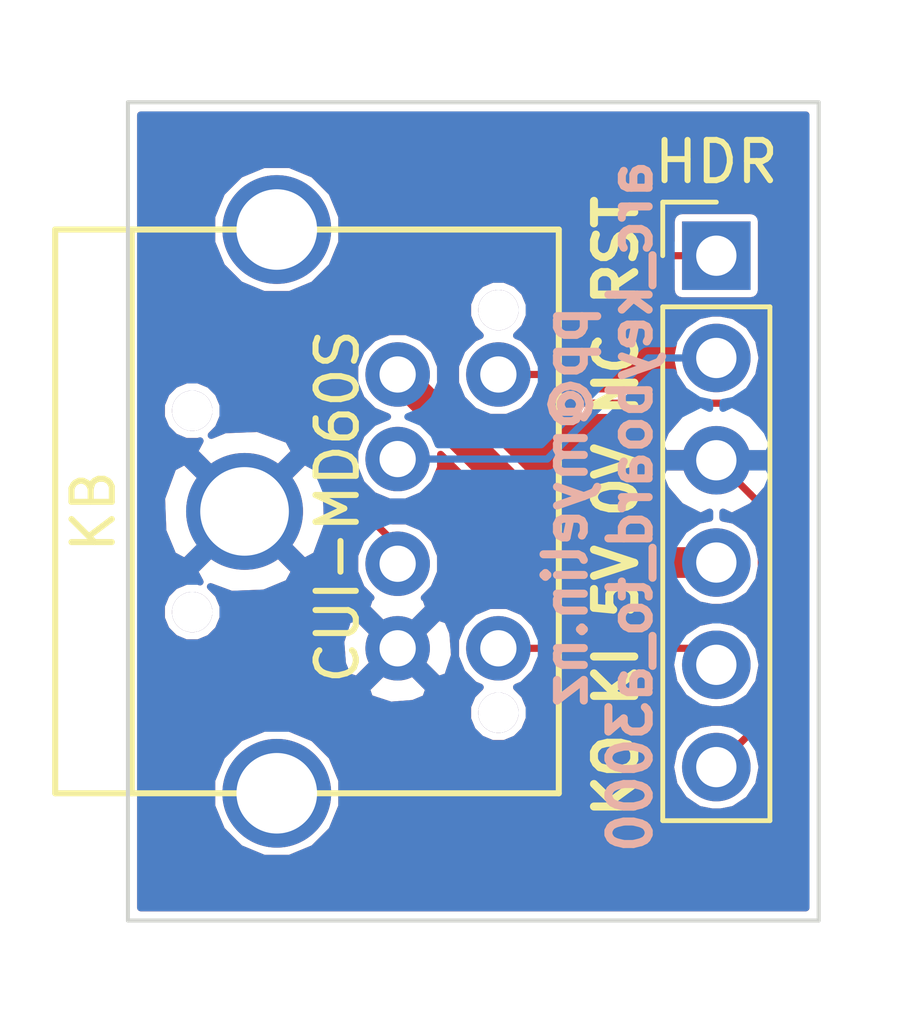
<source format=kicad_pcb>
(kicad_pcb (version 20171130) (host pcbnew "(5.0.1-3-g963ef8bb5)")

  (general
    (thickness 1.6)
    (drawings 6)
    (tracks 28)
    (zones 0)
    (modules 2)
    (nets 7)
  )

  (page A4)
  (layers
    (0 F.Cu signal)
    (31 B.Cu signal)
    (32 B.Adhes user)
    (33 F.Adhes user)
    (34 B.Paste user)
    (35 F.Paste user)
    (36 B.SilkS user)
    (37 F.SilkS user)
    (38 B.Mask user)
    (39 F.Mask user)
    (40 Dwgs.User user)
    (41 Cmts.User user)
    (42 Eco1.User user)
    (43 Eco2.User user)
    (44 Edge.Cuts user)
    (45 Margin user)
    (46 B.CrtYd user)
    (47 F.CrtYd user)
    (48 B.Fab user hide)
    (49 F.Fab user hide)
  )

  (setup
    (last_trace_width 0.1778)
    (user_trace_width 0.254)
    (user_trace_width 0.508)
    (user_trace_width 0.762)
    (user_trace_width 1.016)
    (user_trace_width 1.27)
    (trace_clearance 0.1778)
    (zone_clearance 0.1778)
    (zone_45_only no)
    (trace_min 0.1778)
    (segment_width 0.2)
    (edge_width 0.1)
    (via_size 0.8128)
    (via_drill 0.3302)
    (via_min_size 0.8128)
    (via_min_drill 0.3302)
    (user_via 0.8128 0.3302)
    (user_via 1.016 0.635)
    (uvia_size 0.8128)
    (uvia_drill 0.3302)
    (uvias_allowed no)
    (uvia_min_size 0.8128)
    (uvia_min_drill 0.3302)
    (pcb_text_width 0.2)
    (pcb_text_size 1 1)
    (mod_edge_width 0.15)
    (mod_text_size 1 1)
    (mod_text_width 0.15)
    (pad_size 1.5 1.5)
    (pad_drill 0.6)
    (pad_to_mask_clearance 0)
    (solder_mask_min_width 0.25)
    (aux_axis_origin 0 0)
    (visible_elements FFFFFF7F)
    (pcbplotparams
      (layerselection 0x010fc_80000001)
      (usegerberextensions true)
      (usegerberattributes false)
      (usegerberadvancedattributes false)
      (creategerberjobfile false)
      (excludeedgelayer true)
      (linewidth 0.100000)
      (plotframeref false)
      (viasonmask false)
      (mode 1)
      (useauxorigin false)
      (hpglpennumber 1)
      (hpglpenspeed 20)
      (hpglpendiameter 15.000000)
      (psnegative false)
      (psa4output false)
      (plotreference true)
      (plotvalue true)
      (plotinvisibletext false)
      (padsonsilk false)
      (subtractmaskfromsilk false)
      (outputformat 1)
      (mirror false)
      (drillshape 0)
      (scaleselection 1)
      (outputdirectory "gerbers/"))
  )

  (net 0 "")
  (net 1 RESET)
  (net 2 GND)
  (net 3 5V)
  (net 4 KIN)
  (net 5 KOUT)
  (net 6 pin2)

  (net_class Default "This is the default net class."
    (clearance 0.1778)
    (trace_width 0.1778)
    (via_dia 0.8128)
    (via_drill 0.3302)
    (uvia_dia 0.8128)
    (uvia_drill 0.3302)
    (add_net 5V)
    (add_net GND)
    (add_net KIN)
    (add_net KOUT)
    (add_net RESET)
    (add_net pin2)
  )

  (module Connector_PinHeader_2.54mm:PinHeader_1x06_P2.54mm_Vertical (layer F.Cu) (tedit 59FED5CC) (tstamp 5C7EAD93)
    (at 132.08 95.25)
    (descr "Through hole straight pin header, 1x06, 2.54mm pitch, single row")
    (tags "Through hole pin header THT 1x06 2.54mm single row")
    (fp_text reference HDR (at 0 -2.33) (layer F.SilkS)
      (effects (font (size 1 1) (thickness 0.15)))
    )
    (fp_text value "A3000 KB" (at 0 15.03) (layer F.Fab)
      (effects (font (size 1 1) (thickness 0.15)))
    )
    (fp_line (start -0.635 -1.27) (end 1.27 -1.27) (layer F.Fab) (width 0.1))
    (fp_line (start 1.27 -1.27) (end 1.27 13.97) (layer F.Fab) (width 0.1))
    (fp_line (start 1.27 13.97) (end -1.27 13.97) (layer F.Fab) (width 0.1))
    (fp_line (start -1.27 13.97) (end -1.27 -0.635) (layer F.Fab) (width 0.1))
    (fp_line (start -1.27 -0.635) (end -0.635 -1.27) (layer F.Fab) (width 0.1))
    (fp_line (start -1.33 14.03) (end 1.33 14.03) (layer F.SilkS) (width 0.12))
    (fp_line (start -1.33 1.27) (end -1.33 14.03) (layer F.SilkS) (width 0.12))
    (fp_line (start 1.33 1.27) (end 1.33 14.03) (layer F.SilkS) (width 0.12))
    (fp_line (start -1.33 1.27) (end 1.33 1.27) (layer F.SilkS) (width 0.12))
    (fp_line (start -1.33 0) (end -1.33 -1.33) (layer F.SilkS) (width 0.12))
    (fp_line (start -1.33 -1.33) (end 0 -1.33) (layer F.SilkS) (width 0.12))
    (fp_line (start -1.8 -1.8) (end -1.8 14.5) (layer F.CrtYd) (width 0.05))
    (fp_line (start -1.8 14.5) (end 1.8 14.5) (layer F.CrtYd) (width 0.05))
    (fp_line (start 1.8 14.5) (end 1.8 -1.8) (layer F.CrtYd) (width 0.05))
    (fp_line (start 1.8 -1.8) (end -1.8 -1.8) (layer F.CrtYd) (width 0.05))
    (fp_text user %R (at 0 6.35 90) (layer F.Fab)
      (effects (font (size 1 1) (thickness 0.15)))
    )
    (pad 1 thru_hole rect (at 0 0) (size 1.7 1.7) (drill 1) (layers *.Cu *.Mask)
      (net 1 RESET))
    (pad 2 thru_hole oval (at 0 2.54) (size 1.7 1.7) (drill 1) (layers *.Cu *.Mask)
      (net 6 pin2))
    (pad 3 thru_hole oval (at 0 5.08) (size 1.7 1.7) (drill 1) (layers *.Cu *.Mask)
      (net 2 GND))
    (pad 4 thru_hole oval (at 0 7.62) (size 1.7 1.7) (drill 1) (layers *.Cu *.Mask)
      (net 3 5V))
    (pad 5 thru_hole oval (at 0 10.16) (size 1.7 1.7) (drill 1) (layers *.Cu *.Mask)
      (net 4 KIN))
    (pad 6 thru_hole oval (at 0 12.7) (size 1.7 1.7) (drill 1) (layers *.Cu *.Mask)
      (net 5 KOUT))
    (model ${KISYS3DMOD}/Connector_PinHeader_2.54mm.3dshapes/PinHeader_1x06_P2.54mm_Vertical.wrl
      (at (xyz 0 0 0))
      (scale (xyz 1 1 1))
      (rotate (xyz 0 0 0))
    )
  )

  (module myelin-kicad:minidin_6_ps2_pcb_mount (layer F.Cu) (tedit 0) (tstamp 5C7EAE85)
    (at 121.92 101.6 90)
    (descr "6-pin mini-DIN for PS/2 keyboard/mouse, CUI MD-60S")
    (fp_text reference KB (at 0 -5.3 90) (layer F.SilkS)
      (effects (font (size 1 1) (thickness 0.15)))
    )
    (fp_text value CUI-MD60S (at 0.12192 0.75692 90) (layer F.SilkS)
      (effects (font (size 1 1) (thickness 0.15)))
    )
    (fp_line (start -7 -6.25) (end -7 6.25) (layer F.SilkS) (width 0.15))
    (fp_line (start -7 6.25) (end 7 6.25) (layer F.SilkS) (width 0.15))
    (fp_line (start 7 6.25) (end 7 -6.25) (layer F.SilkS) (width 0.15))
    (fp_line (start 7 -6.25) (end -7 -6.25) (layer F.SilkS) (width 0.15))
    (fp_line (start -7 -4.35) (end 7 -4.35) (layer F.SilkS) (width 0.15))
    (pad M1 thru_hole circle (at -2.5 -2.85 90) (size 1 1) (drill 1) (layers *.Cu *.Mask))
    (pad M2 thru_hole circle (at 2.5 -2.85 90) (size 1 1) (drill 1) (layers *.Cu *.Mask))
    (pad S1 thru_hole circle (at 0 -1.55 90) (size 2.9 2.9) (drill 2.2) (layers *.Cu *.Mask)
      (net 2 GND))
    (pad S2 thru_hole circle (at -7 -0.75 90) (size 2.7 2.7) (drill 2) (layers *.Cu *.Mask))
    (pad S3 thru_hole circle (at 7 -0.75 90) (size 2.7 2.7) (drill 2) (layers *.Cu *.Mask))
    (pad M3 thru_hole circle (at -5 4.75 90) (size 1 1) (drill 1) (layers *.Cu *.Mask))
    (pad M4 thru_hole circle (at 5 4.75 90) (size 1 1) (drill 1) (layers *.Cu *.Mask))
    (pad 1 thru_hole circle (at -1.3 2.25 90) (size 1.6 1.6) (drill 0.9) (layers *.Cu *.Mask)
      (net 1 RESET))
    (pad 2 thru_hole circle (at 1.3 2.25 90) (size 1.6 1.6) (drill 0.9) (layers *.Cu *.Mask)
      (net 6 pin2))
    (pad 3 thru_hole circle (at -3.4 2.25 90) (size 1.6 1.6) (drill 0.9) (layers *.Cu *.Mask)
      (net 2 GND))
    (pad 4 thru_hole circle (at 3.4 2.25 90) (size 1.6 1.6) (drill 0.9) (layers *.Cu *.Mask)
      (net 3 5V))
    (pad 5 thru_hole circle (at -3.4 4.75 90) (size 1.6 1.6) (drill 0.9) (layers *.Cu *.Mask)
      (net 4 KIN))
    (pad 6 thru_hole circle (at 3.4 4.75 90) (size 1.6 1.6) (drill 0.9) (layers *.Cu *.Mask)
      (net 5 KOUT))
  )

  (gr_text "pp@myelin.nz\narc_keyboard_to_a3000" (at 129.14376 101.47808 90) (layer B.SilkS)
    (effects (font (size 1 0.9779) (thickness 0.2)) (justify mirror))
  )
  (gr_text "KO KI 5V 0V NC RST" (at 129.5908 101.47808 90) (layer F.SilkS)
    (effects (font (size 1 0.9779) (thickness 0.2)))
  )
  (gr_line (start 134.62 91.44) (end 117.475 91.44) (layer Edge.Cuts) (width 0.1))
  (gr_line (start 134.62 111.76) (end 134.62 91.44) (layer Edge.Cuts) (width 0.1))
  (gr_line (start 117.475 111.76) (end 134.62 111.76) (layer Edge.Cuts) (width 0.1))
  (gr_line (start 117.475 91.44) (end 117.475 111.76) (layer Edge.Cuts) (width 0.1))

  (segment (start 124.17 102.9) (end 124.17 102.45808) (width 0.1778) (layer F.Cu) (net 1))
  (segment (start 124.17 102.45808) (end 122.61596 100.90404) (width 0.1778) (layer F.Cu) (net 1))
  (segment (start 122.61596 97.37344) (end 124.7394 95.25) (width 0.1778) (layer F.Cu) (net 1))
  (segment (start 122.61596 100.90404) (end 122.61596 97.37344) (width 0.1778) (layer F.Cu) (net 1))
  (segment (start 131.0522 95.25) (end 132.08 95.25) (width 0.1778) (layer F.Cu) (net 1))
  (segment (start 124.7394 95.25) (end 131.0522 95.25) (width 0.1778) (layer F.Cu) (net 1))
  (segment (start 125.236701 103.933299) (end 131.490581 103.933299) (width 0.1778) (layer F.Cu) (net 2))
  (segment (start 131.490581 103.933299) (end 131.689662 104.13238) (width 0.1778) (layer F.Cu) (net 2))
  (segment (start 124.17 105) (end 125.236701 103.933299) (width 0.1778) (layer F.Cu) (net 2))
  (segment (start 132.929999 101.179999) (end 132.08 100.33) (width 0.1778) (layer F.Cu) (net 2))
  (segment (start 133.196701 101.446701) (end 132.929999 101.179999) (width 0.1778) (layer F.Cu) (net 2))
  (segment (start 133.196701 103.406017) (end 133.196701 101.446701) (width 0.1778) (layer F.Cu) (net 2))
  (segment (start 132.470338 104.13238) (end 133.196701 103.406017) (width 0.1778) (layer F.Cu) (net 2))
  (segment (start 131.689662 104.13238) (end 132.470338 104.13238) (width 0.1778) (layer F.Cu) (net 2))
  (segment (start 128.84 102.87) (end 132.08 102.87) (width 0.762) (layer F.Cu) (net 3))
  (segment (start 124.17 98.2) (end 128.84 102.87) (width 0.762) (layer F.Cu) (net 3))
  (segment (start 131.67 105) (end 132.08 105.41) (width 0.1778) (layer F.Cu) (net 4))
  (segment (start 126.67 105) (end 131.67 105) (width 0.1778) (layer F.Cu) (net 4))
  (segment (start 132.929999 107.100001) (end 132.08 107.95) (width 0.1778) (layer F.Cu) (net 5))
  (segment (start 133.6421 106.3879) (end 132.929999 107.100001) (width 0.1778) (layer F.Cu) (net 5))
  (segment (start 133.6421 99.86772) (end 133.6421 106.3879) (width 0.1778) (layer F.Cu) (net 5))
  (segment (start 132.68706 98.91268) (end 133.6421 99.86772) (width 0.1778) (layer F.Cu) (net 5))
  (segment (start 127.80137 98.2) (end 128.51405 98.91268) (width 0.1778) (layer F.Cu) (net 5))
  (segment (start 128.51405 98.91268) (end 132.68706 98.91268) (width 0.1778) (layer F.Cu) (net 5))
  (segment (start 126.67 98.2) (end 127.80137 98.2) (width 0.1778) (layer F.Cu) (net 5))
  (segment (start 130.3909 97.79) (end 132.08 97.79) (width 0.1778) (layer B.Cu) (net 6))
  (segment (start 127.8809 100.3) (end 130.3909 97.79) (width 0.1778) (layer B.Cu) (net 6))
  (segment (start 124.17 100.3) (end 127.8809 100.3) (width 0.1778) (layer B.Cu) (net 6))

  (zone (net 2) (net_name GND) (layer B.Cu) (tstamp 0) (hatch edge 0.508)
    (connect_pads (clearance 0.1778))
    (min_thickness 0.1778)
    (fill yes (arc_segments 16) (thermal_gap 0.508) (thermal_bridge_width 0.508))
    (polygon
      (pts
        (xy 115.57 90.17) (xy 135.89 90.17) (xy 135.89 113.03) (xy 115.57 113.03)
      )
    )
    (filled_polygon
      (pts
        (xy 134.3033 111.4433) (xy 117.7917 111.4433) (xy 117.7917 108.278418) (xy 119.5533 108.278418) (xy 119.5533 108.921582)
        (xy 119.799428 109.515787) (xy 120.254213 109.970572) (xy 120.848418 110.2167) (xy 121.491582 110.2167) (xy 122.085787 109.970572)
        (xy 122.540572 109.515787) (xy 122.7867 108.921582) (xy 122.7867 108.278418) (xy 122.650665 107.95) (xy 130.941423 107.95)
        (xy 131.028092 108.385715) (xy 131.274904 108.755096) (xy 131.644285 109.001908) (xy 131.970017 109.0667) (xy 132.189983 109.0667)
        (xy 132.515715 109.001908) (xy 132.885096 108.755096) (xy 133.131908 108.385715) (xy 133.218577 107.95) (xy 133.131908 107.514285)
        (xy 132.885096 107.144904) (xy 132.515715 106.898092) (xy 132.189983 106.8333) (xy 131.970017 106.8333) (xy 131.644285 106.898092)
        (xy 131.274904 107.144904) (xy 131.028092 107.514285) (xy 130.941423 107.95) (xy 122.650665 107.95) (xy 122.540572 107.684213)
        (xy 122.085787 107.229428) (xy 121.491582 106.9833) (xy 120.848418 106.9833) (xy 120.254213 107.229428) (xy 119.799428 107.684213)
        (xy 119.5533 108.278418) (xy 117.7917 108.278418) (xy 117.7917 106.010744) (xy 123.392743 106.010744) (xy 123.472049 106.241532)
        (xy 124.000291 106.414121) (xy 124.55437 106.371422) (xy 124.867951 106.241532) (xy 124.947257 106.010744) (xy 124.17 105.233487)
        (xy 123.392743 106.010744) (xy 117.7917 106.010744) (xy 117.7917 103.947494) (xy 118.3033 103.947494) (xy 118.3033 104.252506)
        (xy 118.420023 104.534301) (xy 118.635699 104.749977) (xy 118.917494 104.8667) (xy 119.222506 104.8667) (xy 119.310405 104.830291)
        (xy 122.755879 104.830291) (xy 122.798578 105.38437) (xy 122.928468 105.697951) (xy 123.159256 105.777257) (xy 123.936513 105)
        (xy 124.403487 105) (xy 125.180744 105.777257) (xy 125.411532 105.697951) (xy 125.584121 105.169709) (xy 125.554692 104.78782)
        (xy 125.6033 104.78782) (xy 125.6033 105.21218) (xy 125.765695 105.604237) (xy 126.065763 105.904305) (xy 126.218253 105.967469)
        (xy 126.020023 106.165699) (xy 125.9033 106.447494) (xy 125.9033 106.752506) (xy 126.020023 107.034301) (xy 126.235699 107.249977)
        (xy 126.517494 107.3667) (xy 126.822506 107.3667) (xy 127.104301 107.249977) (xy 127.319977 107.034301) (xy 127.4367 106.752506)
        (xy 127.4367 106.447494) (xy 127.319977 106.165699) (xy 127.121747 105.967469) (xy 127.274237 105.904305) (xy 127.574305 105.604237)
        (xy 127.65476 105.41) (xy 130.941423 105.41) (xy 131.028092 105.845715) (xy 131.274904 106.215096) (xy 131.644285 106.461908)
        (xy 131.970017 106.5267) (xy 132.189983 106.5267) (xy 132.515715 106.461908) (xy 132.885096 106.215096) (xy 133.131908 105.845715)
        (xy 133.218577 105.41) (xy 133.131908 104.974285) (xy 132.885096 104.604904) (xy 132.515715 104.358092) (xy 132.189983 104.2933)
        (xy 131.970017 104.2933) (xy 131.644285 104.358092) (xy 131.274904 104.604904) (xy 131.028092 104.974285) (xy 130.941423 105.41)
        (xy 127.65476 105.41) (xy 127.7367 105.21218) (xy 127.7367 104.78782) (xy 127.574305 104.395763) (xy 127.274237 104.095695)
        (xy 126.88218 103.9333) (xy 126.45782 103.9333) (xy 126.065763 104.095695) (xy 125.765695 104.395763) (xy 125.6033 104.78782)
        (xy 125.554692 104.78782) (xy 125.541422 104.61563) (xy 125.411532 104.302049) (xy 125.180744 104.222743) (xy 124.403487 105)
        (xy 123.936513 105) (xy 123.159256 104.222743) (xy 122.928468 104.302049) (xy 122.755879 104.830291) (xy 119.310405 104.830291)
        (xy 119.504301 104.749977) (xy 119.719977 104.534301) (xy 119.8367 104.252506) (xy 119.8367 103.947494) (xy 119.719977 103.665699)
        (xy 119.524039 103.469761) (xy 120.044865 103.661518) (xy 120.858523 103.629019) (xy 121.459295 103.380171) (xy 121.618489 103.081976)
        (xy 120.37 101.833487) (xy 119.121511 103.081976) (xy 119.265102 103.350944) (xy 119.222506 103.3333) (xy 118.917494 103.3333)
        (xy 118.635699 103.450023) (xy 118.420023 103.665699) (xy 118.3033 103.947494) (xy 117.7917 103.947494) (xy 117.7917 101.274865)
        (xy 118.308482 101.274865) (xy 118.340981 102.088523) (xy 118.589829 102.689295) (xy 118.888024 102.848489) (xy 120.136513 101.6)
        (xy 120.603487 101.6) (xy 121.851976 102.848489) (xy 122.150171 102.689295) (xy 122.150714 102.68782) (xy 123.1033 102.68782)
        (xy 123.1033 103.11218) (xy 123.265695 103.504237) (xy 123.505903 103.744445) (xy 123.472049 103.758468) (xy 123.392743 103.989256)
        (xy 124.17 104.766513) (xy 124.947257 103.989256) (xy 124.867951 103.758468) (xy 124.831864 103.746678) (xy 125.074305 103.504237)
        (xy 125.2367 103.11218) (xy 125.2367 102.68782) (xy 125.074305 102.295763) (xy 124.774237 101.995695) (xy 124.38218 101.8333)
        (xy 123.95782 101.8333) (xy 123.565763 101.995695) (xy 123.265695 102.295763) (xy 123.1033 102.68782) (xy 122.150714 102.68782)
        (xy 122.431518 101.925135) (xy 122.399019 101.111477) (xy 122.150171 100.510705) (xy 121.851976 100.351511) (xy 120.603487 101.6)
        (xy 120.136513 101.6) (xy 118.888024 100.351511) (xy 118.589829 100.510705) (xy 118.308482 101.274865) (xy 117.7917 101.274865)
        (xy 117.7917 98.947494) (xy 118.3033 98.947494) (xy 118.3033 99.252506) (xy 118.420023 99.534301) (xy 118.635699 99.749977)
        (xy 118.917494 99.8667) (xy 119.222506 99.8667) (xy 119.265102 99.849056) (xy 119.121511 100.118024) (xy 120.37 101.366513)
        (xy 121.618489 100.118024) (xy 121.459295 99.819829) (xy 120.695135 99.538482) (xy 119.881477 99.570981) (xy 119.543162 99.711116)
        (xy 119.719977 99.534301) (xy 119.8367 99.252506) (xy 119.8367 98.947494) (xy 119.719977 98.665699) (xy 119.504301 98.450023)
        (xy 119.222506 98.3333) (xy 118.917494 98.3333) (xy 118.635699 98.450023) (xy 118.420023 98.665699) (xy 118.3033 98.947494)
        (xy 117.7917 98.947494) (xy 117.7917 97.98782) (xy 123.1033 97.98782) (xy 123.1033 98.41218) (xy 123.265695 98.804237)
        (xy 123.565763 99.104305) (xy 123.917503 99.25) (xy 123.565763 99.395695) (xy 123.265695 99.695763) (xy 123.1033 100.08782)
        (xy 123.1033 100.51218) (xy 123.265695 100.904237) (xy 123.565763 101.204305) (xy 123.95782 101.3667) (xy 124.38218 101.3667)
        (xy 124.774237 101.204305) (xy 125.074305 100.904237) (xy 125.151474 100.717934) (xy 130.686075 100.717934) (xy 130.820025 101.041351)
        (xy 131.188157 101.469374) (xy 131.692064 101.723938) (xy 131.914898 101.618239) (xy 131.914898 101.764264) (xy 131.644285 101.818092)
        (xy 131.274904 102.064904) (xy 131.028092 102.434285) (xy 130.941423 102.87) (xy 131.028092 103.305715) (xy 131.274904 103.675096)
        (xy 131.644285 103.921908) (xy 131.970017 103.9867) (xy 132.189983 103.9867) (xy 132.515715 103.921908) (xy 132.885096 103.675096)
        (xy 133.131908 103.305715) (xy 133.218577 102.87) (xy 133.131908 102.434285) (xy 132.885096 102.064904) (xy 132.515715 101.818092)
        (xy 132.245102 101.764264) (xy 132.245102 101.618239) (xy 132.467936 101.723938) (xy 132.971843 101.469374) (xy 133.339975 101.041351)
        (xy 133.473925 100.717934) (xy 133.36713 100.4951) (xy 132.2451 100.4951) (xy 132.2451 100.5151) (xy 131.9149 100.5151)
        (xy 131.9149 100.4951) (xy 130.79287 100.4951) (xy 130.686075 100.717934) (xy 125.151474 100.717934) (xy 125.177294 100.6556)
        (xy 127.84588 100.6556) (xy 127.8809 100.662566) (xy 127.91592 100.6556) (xy 128.019648 100.634967) (xy 128.137273 100.556373)
        (xy 128.157111 100.526683) (xy 130.538195 98.1456) (xy 131.012156 98.1456) (xy 131.028092 98.225715) (xy 131.274904 98.595096)
        (xy 131.644285 98.841908) (xy 131.914898 98.895736) (xy 131.914898 99.041761) (xy 131.692064 98.936062) (xy 131.188157 99.190626)
        (xy 130.820025 99.618649) (xy 130.686075 99.942066) (xy 130.79287 100.1649) (xy 131.9149 100.1649) (xy 131.9149 100.1449)
        (xy 132.2451 100.1449) (xy 132.2451 100.1649) (xy 133.36713 100.1649) (xy 133.473925 99.942066) (xy 133.339975 99.618649)
        (xy 132.971843 99.190626) (xy 132.467936 98.936062) (xy 132.245102 99.041761) (xy 132.245102 98.895736) (xy 132.515715 98.841908)
        (xy 132.885096 98.595096) (xy 133.131908 98.225715) (xy 133.218577 97.79) (xy 133.131908 97.354285) (xy 132.885096 96.984904)
        (xy 132.515715 96.738092) (xy 132.189983 96.6733) (xy 131.970017 96.6733) (xy 131.644285 96.738092) (xy 131.274904 96.984904)
        (xy 131.028092 97.354285) (xy 131.012156 97.4344) (xy 130.425919 97.4344) (xy 130.390899 97.427434) (xy 130.252152 97.455033)
        (xy 130.134527 97.533627) (xy 130.114691 97.563314) (xy 127.733606 99.9444) (xy 125.177294 99.9444) (xy 125.074305 99.695763)
        (xy 124.774237 99.395695) (xy 124.422497 99.25) (xy 124.774237 99.104305) (xy 125.074305 98.804237) (xy 125.2367 98.41218)
        (xy 125.2367 97.98782) (xy 125.6033 97.98782) (xy 125.6033 98.41218) (xy 125.765695 98.804237) (xy 126.065763 99.104305)
        (xy 126.45782 99.2667) (xy 126.88218 99.2667) (xy 127.274237 99.104305) (xy 127.574305 98.804237) (xy 127.7367 98.41218)
        (xy 127.7367 97.98782) (xy 127.574305 97.595763) (xy 127.274237 97.295695) (xy 127.121747 97.232531) (xy 127.319977 97.034301)
        (xy 127.4367 96.752506) (xy 127.4367 96.447494) (xy 127.319977 96.165699) (xy 127.104301 95.950023) (xy 126.822506 95.8333)
        (xy 126.517494 95.8333) (xy 126.235699 95.950023) (xy 126.020023 96.165699) (xy 125.9033 96.447494) (xy 125.9033 96.752506)
        (xy 126.020023 97.034301) (xy 126.218253 97.232531) (xy 126.065763 97.295695) (xy 125.765695 97.595763) (xy 125.6033 97.98782)
        (xy 125.2367 97.98782) (xy 125.074305 97.595763) (xy 124.774237 97.295695) (xy 124.38218 97.1333) (xy 123.95782 97.1333)
        (xy 123.565763 97.295695) (xy 123.265695 97.595763) (xy 123.1033 97.98782) (xy 117.7917 97.98782) (xy 117.7917 94.278418)
        (xy 119.5533 94.278418) (xy 119.5533 94.921582) (xy 119.799428 95.515787) (xy 120.254213 95.970572) (xy 120.848418 96.2167)
        (xy 121.491582 96.2167) (xy 122.085787 95.970572) (xy 122.540572 95.515787) (xy 122.7867 94.921582) (xy 122.7867 94.4)
        (xy 130.958076 94.4) (xy 130.958076 96.1) (xy 130.978775 96.204061) (xy 131.037721 96.292279) (xy 131.125939 96.351225)
        (xy 131.23 96.371924) (xy 132.93 96.371924) (xy 133.034061 96.351225) (xy 133.122279 96.292279) (xy 133.181225 96.204061)
        (xy 133.201924 96.1) (xy 133.201924 94.4) (xy 133.181225 94.295939) (xy 133.122279 94.207721) (xy 133.034061 94.148775)
        (xy 132.93 94.128076) (xy 131.23 94.128076) (xy 131.125939 94.148775) (xy 131.037721 94.207721) (xy 130.978775 94.295939)
        (xy 130.958076 94.4) (xy 122.7867 94.4) (xy 122.7867 94.278418) (xy 122.540572 93.684213) (xy 122.085787 93.229428)
        (xy 121.491582 92.9833) (xy 120.848418 92.9833) (xy 120.254213 93.229428) (xy 119.799428 93.684213) (xy 119.5533 94.278418)
        (xy 117.7917 94.278418) (xy 117.7917 91.7567) (xy 134.303301 91.7567)
      )
    )
  )
  (zone (net 2) (net_name GND) (layer F.Cu) (tstamp 0) (hatch edge 0.508)
    (connect_pads (clearance 0.1778))
    (min_thickness 0.1778)
    (fill yes (arc_segments 16) (thermal_gap 0.508) (thermal_bridge_width 0.508))
    (polygon
      (pts
        (xy 114.3 88.9) (xy 114.3 114.3) (xy 137.16 114.3) (xy 137.16 88.9)
      )
    )
    (filled_polygon
      (pts
        (xy 134.3033 111.4433) (xy 117.7917 111.4433) (xy 117.7917 108.278418) (xy 119.5533 108.278418) (xy 119.5533 108.921582)
        (xy 119.799428 109.515787) (xy 120.254213 109.970572) (xy 120.848418 110.2167) (xy 121.491582 110.2167) (xy 122.085787 109.970572)
        (xy 122.540572 109.515787) (xy 122.7867 108.921582) (xy 122.7867 108.278418) (xy 122.540572 107.684213) (xy 122.085787 107.229428)
        (xy 121.491582 106.9833) (xy 120.848418 106.9833) (xy 120.254213 107.229428) (xy 119.799428 107.684213) (xy 119.5533 108.278418)
        (xy 117.7917 108.278418) (xy 117.7917 106.010744) (xy 123.392743 106.010744) (xy 123.472049 106.241532) (xy 124.000291 106.414121)
        (xy 124.55437 106.371422) (xy 124.867951 106.241532) (xy 124.947257 106.010744) (xy 124.17 105.233487) (xy 123.392743 106.010744)
        (xy 117.7917 106.010744) (xy 117.7917 103.947494) (xy 118.3033 103.947494) (xy 118.3033 104.252506) (xy 118.420023 104.534301)
        (xy 118.635699 104.749977) (xy 118.917494 104.8667) (xy 119.222506 104.8667) (xy 119.310405 104.830291) (xy 122.755879 104.830291)
        (xy 122.798578 105.38437) (xy 122.928468 105.697951) (xy 123.159256 105.777257) (xy 123.936513 105) (xy 124.403487 105)
        (xy 125.180744 105.777257) (xy 125.411532 105.697951) (xy 125.584121 105.169709) (xy 125.554692 104.78782) (xy 125.6033 104.78782)
        (xy 125.6033 105.21218) (xy 125.765695 105.604237) (xy 126.065763 105.904305) (xy 126.218253 105.967469) (xy 126.020023 106.165699)
        (xy 125.9033 106.447494) (xy 125.9033 106.752506) (xy 126.020023 107.034301) (xy 126.235699 107.249977) (xy 126.517494 107.3667)
        (xy 126.822506 107.3667) (xy 127.104301 107.249977) (xy 127.319977 107.034301) (xy 127.4367 106.752506) (xy 127.4367 106.447494)
        (xy 127.319977 106.165699) (xy 127.121747 105.967469) (xy 127.274237 105.904305) (xy 127.574305 105.604237) (xy 127.677294 105.3556)
        (xy 130.952244 105.3556) (xy 130.941423 105.41) (xy 131.028092 105.845715) (xy 131.274904 106.215096) (xy 131.644285 106.461908)
        (xy 131.970017 106.5267) (xy 132.189983 106.5267) (xy 132.515715 106.461908) (xy 132.885096 106.215096) (xy 133.131908 105.845715)
        (xy 133.218577 105.41) (xy 133.131908 104.974285) (xy 132.885096 104.604904) (xy 132.515715 104.358092) (xy 132.189983 104.2933)
        (xy 131.970017 104.2933) (xy 131.644285 104.358092) (xy 131.274904 104.604904) (xy 131.248514 104.6444) (xy 127.677294 104.6444)
        (xy 127.574305 104.395763) (xy 127.274237 104.095695) (xy 126.88218 103.9333) (xy 126.45782 103.9333) (xy 126.065763 104.095695)
        (xy 125.765695 104.395763) (xy 125.6033 104.78782) (xy 125.554692 104.78782) (xy 125.541422 104.61563) (xy 125.411532 104.302049)
        (xy 125.180744 104.222743) (xy 124.403487 105) (xy 123.936513 105) (xy 123.159256 104.222743) (xy 122.928468 104.302049)
        (xy 122.755879 104.830291) (xy 119.310405 104.830291) (xy 119.504301 104.749977) (xy 119.719977 104.534301) (xy 119.8367 104.252506)
        (xy 119.8367 103.947494) (xy 119.719977 103.665699) (xy 119.524039 103.469761) (xy 120.044865 103.661518) (xy 120.858523 103.629019)
        (xy 121.459295 103.380171) (xy 121.618489 103.081976) (xy 120.37 101.833487) (xy 119.121511 103.081976) (xy 119.265102 103.350944)
        (xy 119.222506 103.3333) (xy 118.917494 103.3333) (xy 118.635699 103.450023) (xy 118.420023 103.665699) (xy 118.3033 103.947494)
        (xy 117.7917 103.947494) (xy 117.7917 101.274865) (xy 118.308482 101.274865) (xy 118.340981 102.088523) (xy 118.589829 102.689295)
        (xy 118.888024 102.848489) (xy 120.136513 101.6) (xy 120.603487 101.6) (xy 121.851976 102.848489) (xy 122.150171 102.689295)
        (xy 122.431518 101.925135) (xy 122.402286 101.19326) (xy 123.385242 102.176216) (xy 123.265695 102.295763) (xy 123.1033 102.68782)
        (xy 123.1033 103.11218) (xy 123.265695 103.504237) (xy 123.505903 103.744445) (xy 123.472049 103.758468) (xy 123.392743 103.989256)
        (xy 124.17 104.766513) (xy 124.947257 103.989256) (xy 124.867951 103.758468) (xy 124.831864 103.746678) (xy 125.074305 103.504237)
        (xy 125.2367 103.11218) (xy 125.2367 102.68782) (xy 125.074305 102.295763) (xy 124.774237 101.995695) (xy 124.38218 101.8333)
        (xy 124.048114 101.8333) (xy 122.97156 100.756746) (xy 122.97156 97.98782) (xy 123.1033 97.98782) (xy 123.1033 98.41218)
        (xy 123.265695 98.804237) (xy 123.565763 99.104305) (xy 123.917503 99.25) (xy 123.565763 99.395695) (xy 123.265695 99.695763)
        (xy 123.1033 100.08782) (xy 123.1033 100.51218) (xy 123.265695 100.904237) (xy 123.565763 101.204305) (xy 123.95782 101.3667)
        (xy 124.38218 101.3667) (xy 124.774237 101.204305) (xy 125.074305 100.904237) (xy 125.2367 100.51218) (xy 125.2367 100.182685)
        (xy 128.336897 103.282883) (xy 128.373034 103.336966) (xy 128.58728 103.48012) (xy 128.776208 103.5177) (xy 128.839999 103.530389)
        (xy 128.90379 103.5177) (xy 131.169736 103.5177) (xy 131.274904 103.675096) (xy 131.644285 103.921908) (xy 131.970017 103.9867)
        (xy 132.189983 103.9867) (xy 132.515715 103.921908) (xy 132.885096 103.675096) (xy 133.131908 103.305715) (xy 133.218577 102.87)
        (xy 133.131908 102.434285) (xy 132.885096 102.064904) (xy 132.515715 101.818092) (xy 132.245102 101.764264) (xy 132.245102 101.618239)
        (xy 132.467936 101.723938) (xy 132.971843 101.469374) (xy 133.2865 101.103526) (xy 133.286501 106.240604) (xy 132.703314 106.823792)
        (xy 132.583633 106.943473) (xy 132.515715 106.898092) (xy 132.189983 106.8333) (xy 131.970017 106.8333) (xy 131.644285 106.898092)
        (xy 131.274904 107.144904) (xy 131.028092 107.514285) (xy 130.941423 107.95) (xy 131.028092 108.385715) (xy 131.274904 108.755096)
        (xy 131.644285 109.001908) (xy 131.970017 109.0667) (xy 132.189983 109.0667) (xy 132.515715 109.001908) (xy 132.885096 108.755096)
        (xy 133.131908 108.385715) (xy 133.218577 107.95) (xy 133.131908 107.514285) (xy 133.086527 107.446367) (xy 133.206208 107.326686)
        (xy 133.868786 106.664109) (xy 133.898473 106.644273) (xy 133.977067 106.526648) (xy 133.9977 106.42292) (xy 134.004666 106.3879)
        (xy 133.9977 106.35288) (xy 133.9977 99.90274) (xy 134.004666 99.86772) (xy 133.977067 99.728972) (xy 133.91831 99.641036)
        (xy 133.918309 99.641035) (xy 133.898472 99.611347) (xy 133.868785 99.591511) (xy 132.963271 98.685997) (xy 132.943433 98.656307)
        (xy 132.86846 98.606212) (xy 132.885096 98.595096) (xy 133.131908 98.225715) (xy 133.218577 97.79) (xy 133.131908 97.354285)
        (xy 132.885096 96.984904) (xy 132.515715 96.738092) (xy 132.189983 96.6733) (xy 131.970017 96.6733) (xy 131.644285 96.738092)
        (xy 131.274904 96.984904) (xy 131.028092 97.354285) (xy 130.941423 97.79) (xy 131.028092 98.225715) (xy 131.249503 98.55708)
        (xy 128.661345 98.55708) (xy 128.077581 97.973317) (xy 128.057743 97.943627) (xy 127.940118 97.865033) (xy 127.83639 97.8444)
        (xy 127.80137 97.837434) (xy 127.76635 97.8444) (xy 127.677294 97.8444) (xy 127.574305 97.595763) (xy 127.274237 97.295695)
        (xy 127.121747 97.232531) (xy 127.319977 97.034301) (xy 127.4367 96.752506) (xy 127.4367 96.447494) (xy 127.319977 96.165699)
        (xy 127.104301 95.950023) (xy 126.822506 95.8333) (xy 126.517494 95.8333) (xy 126.235699 95.950023) (xy 126.020023 96.165699)
        (xy 125.9033 96.447494) (xy 125.9033 96.752506) (xy 126.020023 97.034301) (xy 126.218253 97.232531) (xy 126.065763 97.295695)
        (xy 125.765695 97.595763) (xy 125.6033 97.98782) (xy 125.6033 98.41218) (xy 125.765695 98.804237) (xy 126.065763 99.104305)
        (xy 126.45782 99.2667) (xy 126.88218 99.2667) (xy 127.274237 99.104305) (xy 127.574305 98.804237) (xy 127.670493 98.572017)
        (xy 128.237841 99.139366) (xy 128.257677 99.169053) (xy 128.287364 99.188889) (xy 128.287365 99.18889) (xy 128.375302 99.247647)
        (xy 128.51405 99.275246) (xy 128.54907 99.26828) (xy 131.121369 99.26828) (xy 130.820025 99.618649) (xy 130.686075 99.942066)
        (xy 130.79287 100.1649) (xy 131.9149 100.1649) (xy 131.9149 100.1449) (xy 132.2451 100.1449) (xy 132.2451 100.1649)
        (xy 132.2651 100.1649) (xy 132.2651 100.4951) (xy 132.2451 100.4951) (xy 132.2451 100.5151) (xy 131.9149 100.5151)
        (xy 131.9149 100.4951) (xy 130.79287 100.4951) (xy 130.686075 100.717934) (xy 130.820025 101.041351) (xy 131.188157 101.469374)
        (xy 131.692064 101.723938) (xy 131.914898 101.618239) (xy 131.914898 101.764264) (xy 131.644285 101.818092) (xy 131.274904 102.064904)
        (xy 131.169736 102.2223) (xy 129.108286 102.2223) (xy 125.2367 98.350715) (xy 125.2367 97.98782) (xy 125.074305 97.595763)
        (xy 124.774237 97.295695) (xy 124.38218 97.1333) (xy 123.95782 97.1333) (xy 123.565763 97.295695) (xy 123.265695 97.595763)
        (xy 123.1033 97.98782) (xy 122.97156 97.98782) (xy 122.97156 97.520734) (xy 124.886695 95.6056) (xy 130.958076 95.6056)
        (xy 130.958076 96.1) (xy 130.978775 96.204061) (xy 131.037721 96.292279) (xy 131.125939 96.351225) (xy 131.23 96.371924)
        (xy 132.93 96.371924) (xy 133.034061 96.351225) (xy 133.122279 96.292279) (xy 133.181225 96.204061) (xy 133.201924 96.1)
        (xy 133.201924 94.4) (xy 133.181225 94.295939) (xy 133.122279 94.207721) (xy 133.034061 94.148775) (xy 132.93 94.128076)
        (xy 131.23 94.128076) (xy 131.125939 94.148775) (xy 131.037721 94.207721) (xy 130.978775 94.295939) (xy 130.958076 94.4)
        (xy 130.958076 94.8944) (xy 124.77442 94.8944) (xy 124.7394 94.887434) (xy 124.70438 94.8944) (xy 124.600652 94.915033)
        (xy 124.483027 94.993627) (xy 124.463191 95.023314) (xy 122.389275 97.097231) (xy 122.359588 97.117067) (xy 122.339752 97.146754)
        (xy 122.33975 97.146756) (xy 122.280993 97.234693) (xy 122.253394 97.37344) (xy 122.260361 97.408465) (xy 122.26036 100.776725)
        (xy 122.150171 100.510705) (xy 121.851976 100.351511) (xy 120.603487 101.6) (xy 120.136513 101.6) (xy 118.888024 100.351511)
        (xy 118.589829 100.510705) (xy 118.308482 101.274865) (xy 117.7917 101.274865) (xy 117.7917 98.947494) (xy 118.3033 98.947494)
        (xy 118.3033 99.252506) (xy 118.420023 99.534301) (xy 118.635699 99.749977) (xy 118.917494 99.8667) (xy 119.222506 99.8667)
        (xy 119.265102 99.849056) (xy 119.121511 100.118024) (xy 120.37 101.366513) (xy 121.618489 100.118024) (xy 121.459295 99.819829)
        (xy 120.695135 99.538482) (xy 119.881477 99.570981) (xy 119.543162 99.711116) (xy 119.719977 99.534301) (xy 119.8367 99.252506)
        (xy 119.8367 98.947494) (xy 119.719977 98.665699) (xy 119.504301 98.450023) (xy 119.222506 98.3333) (xy 118.917494 98.3333)
        (xy 118.635699 98.450023) (xy 118.420023 98.665699) (xy 118.3033 98.947494) (xy 117.7917 98.947494) (xy 117.7917 94.278418)
        (xy 119.5533 94.278418) (xy 119.5533 94.921582) (xy 119.799428 95.515787) (xy 120.254213 95.970572) (xy 120.848418 96.2167)
        (xy 121.491582 96.2167) (xy 122.085787 95.970572) (xy 122.540572 95.515787) (xy 122.7867 94.921582) (xy 122.7867 94.278418)
        (xy 122.540572 93.684213) (xy 122.085787 93.229428) (xy 121.491582 92.9833) (xy 120.848418 92.9833) (xy 120.254213 93.229428)
        (xy 119.799428 93.684213) (xy 119.5533 94.278418) (xy 117.7917 94.278418) (xy 117.7917 91.7567) (xy 134.303301 91.7567)
      )
    )
  )
)

</source>
